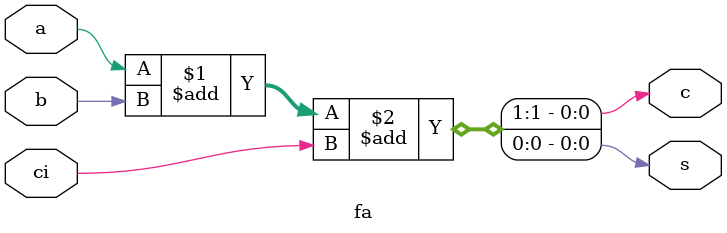
<source format=v>
module fa(s, c, a, b, ci);
input a, b, ci;
output s, c;

assign {c, s} = a+b+ci; 
endmodule

</source>
